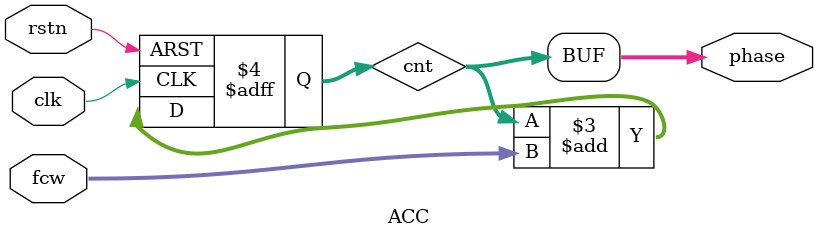
<source format=v>
`timescale 1ns / 1ps


module ACC(
input clk,
input[31:0] fcw,
input rstn,
output[31:0] phase
    );
    reg [31:0] cnt;
    assign phase = cnt;

    always@(posedge clk or negedge rstn)
    if(!rstn)
        cnt <= 0;
    else cnt <= cnt + fcw;
    
endmodule

</source>
